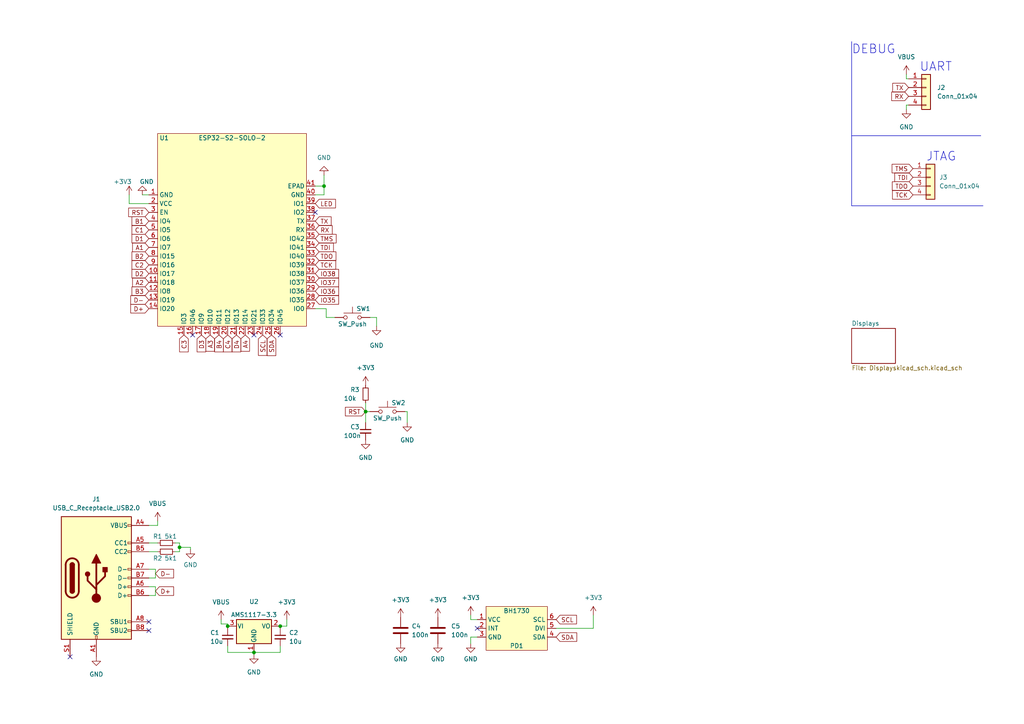
<source format=kicad_sch>
(kicad_sch (version 20230121) (generator eeschema)
  (paper "A4")
  (lib_symbols
    (symbol "BH1730:BH1730"
      (property "Reference" "PD1" (at 0 -5.08 0))
      (property "Value" "BH1730" (at 0 5.08 0))
      (symbol "BH1730_0_1"
        (rectangle (start -8.89 6.35) (end 8.89 -6.35) (fill (type background)))
      )
      (symbol "BH1730_1_1"
        (pin input line (at -11.43 2.54 0) (length 2.54) (name "VCC") (number "1"))
        (pin input line (at -11.43 0 0) (length 2.54) (name "INT") (number "2"))
        (pin input line (at -11.43 -2.54 0) (length 2.54) (name "GND") (number "3"))
        (pin input line (at 11.43 -2.54 180) (length 2.54) (name "SDA") (number "4"))
        (pin input line (at 11.43 0 180) (length 2.54) (name "DVI") (number "5"))
        (pin input line (at 11.43 2.54 180) (length 2.54) (name "SCL") (number "6"))
      )
    )
    (symbol "Connector:USB_C_Receptacle_USB2.0" (pin_names (offset 1.016))
      (property "Reference" "J" (at -10.16 19.05 0))
      (property "Value" "USB_C_Receptacle_USB2.0" (at 19.05 19.05 0))
      (symbol "USB_C_Receptacle_USB2.0_0_0"
        (rectangle (start -0.254 -17.78) (end 0.254 -16.764))
        (rectangle (start 10.16 -14.986) (end 9.144 -15.494))
        (rectangle (start 10.16 -12.446) (end 9.144 -12.954))
        (rectangle (start 10.16 -4.826) (end 9.144 -5.334))
        (rectangle (start 10.16 -2.286) (end 9.144 -2.794))
        (rectangle (start 10.16 0.254) (end 9.144 -0.254))
        (rectangle (start 10.16 2.794) (end 9.144 2.286))
        (rectangle (start 10.16 7.874) (end 9.144 7.366))
        (rectangle (start 10.16 10.414) (end 9.144 9.906))
        (rectangle (start 10.16 15.494) (end 9.144 14.986))
      )
      (symbol "USB_C_Receptacle_USB2.0_0_1"
        (rectangle (start -10.16 17.78) (end 10.16 -17.78) (stroke (width 0.254)) (fill (type background)))
        (arc (start -8.89 -3.81) (mid -6.985 -5.7067) (end -5.08 -3.81) (stroke (width 0.508)))
        (arc (start -7.62 -3.81) (mid -6.985 -4.4423) (end -6.35 -3.81) (stroke (width 0.254)))
        (arc (start -7.62 -3.81) (mid -6.985 -4.4423) (end -6.35 -3.81) (stroke (width 0.254)) (fill (type outline)))
        (rectangle (start -7.62 -3.81) (end -6.35 3.81) (stroke (width 0.254)) (fill (type outline)))
        (arc (start -6.35 3.81) (mid -6.985 4.4423) (end -7.62 3.81) (stroke (width 0.254)))
        (arc (start -6.35 3.81) (mid -6.985 4.4423) (end -7.62 3.81) (stroke (width 0.254)) (fill (type outline)))
        (arc (start -5.08 3.81) (mid -6.985 5.7067) (end -8.89 3.81) (stroke (width 0.508)))
        (circle (center -2.54 1.143) (radius 0.635) (stroke (width 0.254)) (fill (type outline)))
        (circle (center 0 -5.842) (radius 1.27) (fill (type outline)))
        (polyline (pts (xy -8.89 -3.81) (xy -8.89 3.81)) (stroke (width 0.508)))
        (polyline (pts (xy -5.08 3.81) (xy -5.08 -3.81)) (stroke (width 0.508)))
        (polyline (pts (xy 0 -5.842) (xy 0 4.318)) (stroke (width 0.508)))
        (polyline (pts (xy 0 -3.302) (xy -2.54 -0.762) (xy -2.54 0.508)) (stroke (width 0.508)))
        (polyline (pts (xy 0 -2.032) (xy 2.54 0.508) (xy 2.54 1.778)) (stroke (width 0.508)))
        (polyline (pts (xy -1.27 4.318) (xy 0 6.858) (xy 1.27 4.318) (xy -1.27 4.318)) (stroke (width 0.254)) (fill (type outline)))
        (rectangle (start 1.905 1.778) (end 3.175 3.048) (stroke (width 0.254)) (fill (type outline)))
      )
      (symbol "USB_C_Receptacle_USB2.0_1_1"
        (pin passive line (at 0 -22.86 90) (length 5.08) (name "GND") (number "A1"))
        (pin passive line (at 0 -22.86 90) (length 5.08) hide (name "GND") (number "A12"))
        (pin passive line (at 15.24 15.24 180) (length 5.08) (name "VBUS") (number "A4"))
        (pin bidirectional line (at 15.24 10.16 180) (length 5.08) (name "CC1") (number "A5"))
        (pin bidirectional line (at 15.24 -2.54 180) (length 5.08) (name "D+") (number "A6"))
        (pin bidirectional line (at 15.24 2.54 180) (length 5.08) (name "D-") (number "A7"))
        (pin bidirectional line (at 15.24 -12.7 180) (length 5.08) (name "SBU1") (number "A8"))
        (pin passive line (at 15.24 15.24 180) (length 5.08) hide (name "VBUS") (number "A9"))
        (pin passive line (at 0 -22.86 90) (length 5.08) hide (name "GND") (number "B1"))
        (pin passive line (at 0 -22.86 90) (length 5.08) hide (name "GND") (number "B12"))
        (pin passive line (at 15.24 15.24 180) (length 5.08) hide (name "VBUS") (number "B4"))
        (pin bidirectional line (at 15.24 7.62 180) (length 5.08) (name "CC2") (number "B5"))
        (pin bidirectional line (at 15.24 -5.08 180) (length 5.08) (name "D+") (number "B6"))
        (pin bidirectional line (at 15.24 0 180) (length 5.08) (name "D-") (number "B7"))
        (pin bidirectional line (at 15.24 -15.24 180) (length 5.08) (name "SBU2") (number "B8"))
        (pin passive line (at 15.24 15.24 180) (length 5.08) hide (name "VBUS") (number "B9"))
        (pin passive line (at -7.62 -22.86 90) (length 5.08) (name "SHIELD") (number "S1"))
      )
    )
    (symbol "Connector_Generic:Conn_01x04" (pin_names (offset 1.016) hide)
      (property "Reference" "J" (at 0 5.08 0))
      (property "Value" "Conn_01x04" (at 0 -7.62 0))
      (symbol "Conn_01x04_1_1"
        (rectangle (start -1.27 -4.953) (end 0 -5.207) (stroke (width 0.1524)))
        (rectangle (start -1.27 -2.413) (end 0 -2.667) (stroke (width 0.1524)))
        (rectangle (start -1.27 0.127) (end 0 -0.127) (stroke (width 0.1524)))
        (rectangle (start -1.27 2.667) (end 0 2.413) (stroke (width 0.1524)))
        (rectangle (start -1.27 3.81) (end 1.27 -6.35) (stroke (width 0.254)) (fill (type background)))
        (pin passive line (at -5.08 2.54 0) (length 3.81) (name "Pin_1") (number "1"))
        (pin passive line (at -5.08 0 0) (length 3.81) (name "Pin_2") (number "2"))
        (pin passive line (at -5.08 -2.54 0) (length 3.81) (name "Pin_3") (number "3"))
        (pin passive line (at -5.08 -5.08 0) (length 3.81) (name "Pin_4") (number "4"))
      )
    )
    (symbol "Device:C" (pin_numbers hide) (pin_names (offset 0.254))
      (property "Reference" "C" (at 0.635 2.54 0))
      (property "Value" "C" (at 0.635 -2.54 0))
      (symbol "C_0_1"
        (polyline (pts (xy -2.032 -0.762) (xy 2.032 -0.762)) (stroke (width 0.508)))
        (polyline (pts (xy -2.032 0.762) (xy 2.032 0.762)) (stroke (width 0.508)))
      )
      (symbol "C_1_1"
        (pin passive line (at 0 3.81 270) (length 2.794) (name "~") (number "1"))
        (pin passive line (at 0 -3.81 90) (length 2.794) (name "~") (number "2"))
      )
    )
    (symbol "Device:C_Small" (pin_numbers hide) (pin_names (offset 0.254) hide)
      (property "Reference" "C" (at 0.254 1.778 0))
      (property "Value" "C_Small" (at 0.254 -2.032 0))
      (symbol "C_Small_0_1"
        (polyline (pts (xy -1.524 -0.508) (xy 1.524 -0.508)) (stroke (width 0.3302)))
        (polyline (pts (xy -1.524 0.508) (xy 1.524 0.508)) (stroke (width 0.3048)))
      )
      (symbol "C_Small_1_1"
        (pin passive line (at 0 2.54 270) (length 2.032) (name "~") (number "1"))
        (pin passive line (at 0 -2.54 90) (length 2.032) (name "~") (number "2"))
      )
    )
    (symbol "Device:R_Small" (pin_numbers hide) (pin_names (offset 0.254) hide)
      (property "Reference" "R" (at 0.762 0.508 0))
      (property "Value" "R_Small" (at 0.762 -1.016 0))
      (symbol "R_Small_0_1"
        (rectangle (start -0.762 1.778) (end 0.762 -1.778) (stroke (width 0.2032)))
      )
      (symbol "R_Small_1_1"
        (pin passive line (at 0 2.54 270) (length 0.762) (name "~") (number "1"))
        (pin passive line (at 0 -2.54 90) (length 0.762) (name "~") (number "2"))
      )
    )
    (symbol "Regulator_Linear:AMS1117-3.3" (pin_names (offset 0.254))
      (property "Reference" "U" (at -3.81 3.175 0))
      (property "Value" "AMS1117-3.3" (at 0 3.175 0))
      (symbol "AMS1117-3.3_0_1"
        (rectangle (start -5.08 -5.08) (end 5.08 1.905) (stroke (width 0.254)) (fill (type background)))
      )
      (symbol "AMS1117-3.3_1_1"
        (pin power_in line (at 0 -7.62 90) (length 2.54) (name "GND") (number "1"))
        (pin power_out line (at 7.62 0 180) (length 2.54) (name "VO") (number "2"))
        (pin power_in line (at -7.62 0 0) (length 2.54) (name "VI") (number "3"))
      )
    )
    (symbol "S2 Solo:ESP32-S2-SOLO-2"
      (property "Reference" "U" (at -19.05 25.4 0))
      (property "Value" "ESP32-S2-SOLO-2" (at 1.27 25.4 0))
      (symbol "ESP32-S2-SOLO-2_0_1"
        (rectangle (start 21.59 -27.94) (end -21.59 27.94) (fill (type background)))
      )
      (symbol "ESP32-S2-SOLO-2_1_1"
        (pin power_out line (at -24.13 10.16 0) (length 2.54) (name "GND") (number "1"))
        (pin input line (at -24.13 -12.7 0) (length 2.54) (name "IO17") (number "10"))
        (pin input line (at -24.13 -15.24 0) (length 2.54) (name "IO18") (number "11"))
        (pin input line (at -24.13 -17.78 0) (length 2.54) (name "IO8") (number "12"))
        (pin input line (at -24.13 -20.32 0) (length 2.54) (name "IO19") (number "13"))
        (pin input line (at -24.13 -22.86 0) (length 2.54) (name "IO20") (number "14"))
        (pin input line (at -13.97 -30.48 90) (length 2.54) (name "IO3") (number "15"))
        (pin input line (at -11.43 -30.48 90) (length 2.54) (name "IO46") (number "16"))
        (pin input line (at -8.89 -30.48 90) (length 2.54) (name "IO9") (number "17"))
        (pin input line (at -6.35 -30.48 90) (length 2.54) (name "IO10") (number "18"))
        (pin input line (at -3.81 -30.48 90) (length 2.54) (name "IO11") (number "19"))
        (pin power_in line (at -24.13 7.62 0) (length 2.54) (name "VCC") (number "2"))
        (pin input line (at -1.27 -30.48 90) (length 2.54) (name "IO12") (number "20"))
        (pin input line (at 1.27 -30.48 90) (length 2.54) (name "IO13") (number "21"))
        (pin input line (at 3.81 -30.48 90) (length 2.54) (name "IO14") (number "22"))
        (pin input line (at 6.35 -30.48 90) (length 2.54) (name "IO21") (number "23"))
        (pin input line (at 8.89 -30.48 90) (length 2.54) (name "IO33") (number "24"))
        (pin input line (at 11.43 -30.48 90) (length 2.54) (name "IO34") (number "25"))
        (pin input line (at 13.97 -30.48 90) (length 2.54) (name "IO45") (number "26"))
        (pin input line (at 24.13 -22.86 180) (length 2.54) (name "IO0") (number "27"))
        (pin input line (at 24.13 -20.32 180) (length 2.54) (name "IO35") (number "28"))
        (pin input line (at 24.13 -17.78 180) (length 2.54) (name "IO36") (number "29"))
        (pin input line (at -24.13 5.08 0) (length 2.54) (name "EN") (number "3"))
        (pin input line (at 24.13 -15.24 180) (length 2.54) (name "IO37") (number "30"))
        (pin input line (at 24.13 -12.7 180) (length 2.54) (name "IO38") (number "31"))
        (pin input line (at 24.13 -10.16 180) (length 2.54) (name "IO39") (number "32"))
        (pin input line (at 24.13 -7.62 180) (length 2.54) (name "IO40") (number "33"))
        (pin input line (at 24.13 -5.08 180) (length 2.54) (name "IO41") (number "34"))
        (pin input line (at 24.13 -2.54 180) (length 2.54) (name "IO42") (number "35"))
        (pin input line (at 24.13 0 180) (length 2.54) (name "RX") (number "36"))
        (pin input line (at 24.13 2.54 180) (length 2.54) (name "TX") (number "37"))
        (pin input line (at 24.13 5.08 180) (length 2.54) (name "IO2") (number "38"))
        (pin input line (at 24.13 7.62 180) (length 2.54) (name "IO1") (number "39"))
        (pin input line (at -24.13 2.54 0) (length 2.54) (name "IO4") (number "4"))
        (pin input line (at 24.13 10.16 180) (length 2.54) (name "GND") (number "40"))
        (pin input line (at 24.13 12.7 180) (length 2.54) (name "EPAD") (number "41"))
        (pin input line (at -24.13 0 0) (length 2.54) (name "IO5") (number "5"))
        (pin input line (at -24.13 -2.54 0) (length 2.54) (name "IO6") (number "6"))
        (pin input line (at -24.13 -5.08 0) (length 2.54) (name "IO7") (number "7"))
        (pin input line (at -24.13 -7.62 0) (length 2.54) (name "IO15") (number "8"))
        (pin input line (at -24.13 -10.16 0) (length 2.54) (name "IO16") (number "9"))
      )
    )
    (symbol "Switch:SW_Push" (pin_numbers hide) (pin_names (offset 1.016) hide)
      (property "Reference" "SW" (at 1.27 2.54 0))
      (property "Value" "SW_Push" (at 0 -1.524 0))
      (symbol "SW_Push_0_1"
        (circle (center -2.032 0) (radius 0.508))
        (polyline (pts (xy 0 1.27) (xy 0 3.048)))
        (polyline (pts (xy 2.54 1.27) (xy -2.54 1.27)))
        (circle (center 2.032 0) (radius 0.508))
        (pin passive line (at -5.08 0 0) (length 2.54) (name "1") (number "1"))
        (pin passive line (at 5.08 0 180) (length 2.54) (name "2") (number "2"))
      )
    )
    (symbol "power:+3V3" (power) (pin_names (offset 0))
      (property "Value" "+3V3" (at 0 3.556 0))
      (symbol "+3V3_0_1"
        (polyline (pts (xy -0.762 1.27) (xy 0 2.54)))
        (polyline (pts (xy 0 0) (xy 0 2.54)))
        (polyline (pts (xy 0 2.54) (xy 0.762 1.27)))
      )
      (symbol "+3V3_1_1"
        (pin power_in line (at 0 0 90) (length 0) hide (name "+3V3") (number "1"))
      )
    )
    (symbol "power:GND" (power) (pin_names (offset 0))
      (property "Value" "GND" (at 0 -3.81 0))
      (symbol "GND_0_1"
        (polyline (pts (xy 0 0) (xy 0 -1.27) (xy 1.27 -1.27) (xy 0 -2.54) (xy -1.27 -1.27) (xy 0 -1.27)))
      )
      (symbol "GND_1_1"
        (pin power_in line (at 0 0 270) (length 0) hide (name "GND") (number "1"))
      )
    )
    (symbol "power:VBUS" (power) (pin_names (offset 0))
      (property "Value" "VBUS" (at 0 3.81 0))
      (symbol "VBUS_0_1"
        (polyline (pts (xy -0.762 1.27) (xy 0 2.54)))
        (polyline (pts (xy 0 0) (xy 0 2.54)))
        (polyline (pts (xy 0 2.54) (xy 0.762 1.27)))
      )
      (symbol "VBUS_1_1"
        (pin power_in line (at 0 0 90) (length 0) hide (name "VBUS") (number "1"))
      )
    )
  )
  (junction (at 66.04 181.61))
  (junction (at 52.07 158.75))
  (junction (at 93.98 53.975))
  (junction (at 106.045 119.38))
  (junction (at 73.66 189.23))
  (junction (at 81.28 181.61))
  (no_connect (at 43.18 182.88))
  (no_connect (at 73.66 97.155))
  (no_connect (at 91.44 61.595))
  (no_connect (at 138.43 182.245))
  (no_connect (at 81.28 97.155))
  (no_connect (at 20.32 190.5))
  (no_connect (at 55.88 97.155))
  (no_connect (at 43.18 180.34))
  (wire (pts (xy 161.29 182.245) (xy 172.085 182.245)))
  (wire (pts (xy 52.07 158.75) (xy 52.07 160.02)))
  (wire (pts (xy 118.11 119.38) (xy 117.475 119.38)))
  (wire (pts (xy 43.18 165.1) (xy 45.085 165.1)))
  (wire (pts (xy 94.615 92.075) (xy 97.155 92.075)))
  (wire (pts (xy 45.72 152.4) (xy 45.72 151.13)))
  (polyline (pts (xy 247.015 59.69) (xy 285.115 59.69)))
  (wire (pts (xy 55.245 158.75) (xy 52.07 158.75)))
  (wire (pts (xy 106.045 119.38) (xy 106.045 122.555)))
  (wire (pts (xy 43.18 170.18) (xy 45.085 170.18)))
  (wire (pts (xy 43.18 172.72) (xy 45.085 172.72)))
  (wire (pts (xy 106.045 119.38) (xy 107.315 119.38)))
  (wire (pts (xy 91.44 56.515) (xy 93.98 56.515)))
  (wire (pts (xy 81.28 189.23) (xy 81.28 187.325)))
  (wire (pts (xy 109.22 94.615) (xy 109.22 92.075)))
  (wire (pts (xy 37.465 59.055) (xy 37.465 56.515)))
  (wire (pts (xy 43.18 56.515) (xy 41.275 56.515)))
  (wire (pts (xy 45.085 170.18) (xy 45.085 172.72)))
  (wire (pts (xy 109.22 92.075) (xy 107.315 92.075)))
  (wire (pts (xy 136.525 179.705) (xy 138.43 179.705)))
  (wire (pts (xy 43.18 167.64) (xy 45.085 167.64)))
  (wire (pts (xy 73.66 189.23) (xy 81.28 189.23)))
  (wire (pts (xy 66.04 189.23) (xy 66.04 187.325)))
  (wire (pts (xy 73.66 189.23) (xy 66.04 189.23)))
  (wire (pts (xy 64.135 180.975) (xy 64.135 179.705)))
  (wire (pts (xy 262.89 21.59) (xy 262.89 22.86)))
  (wire (pts (xy 262.89 31.75) (xy 262.89 30.48)))
  (wire (pts (xy 91.44 89.535) (xy 94.615 89.535)))
  (wire (pts (xy 136.525 184.785) (xy 136.525 186.69)))
  (wire (pts (xy 43.18 157.48) (xy 45.72 157.48)))
  (wire (pts (xy 55.245 159.385) (xy 55.245 158.75)))
  (wire (pts (xy 138.43 184.785) (xy 136.525 184.785)))
  (wire (pts (xy 81.28 181.61) (xy 81.28 182.245)))
  (wire (pts (xy 66.04 180.975) (xy 66.04 181.61)))
  (wire (pts (xy 52.07 157.48) (xy 52.07 158.75)))
  (wire (pts (xy 52.07 160.02) (xy 50.8 160.02)))
  (wire (pts (xy 93.98 53.975) (xy 93.98 50.8)))
  (polyline (pts (xy 247.015 39.37) (xy 284.48 39.37)))
  (wire (pts (xy 45.085 165.1) (xy 45.085 167.64)))
  (wire (pts (xy 262.89 30.48) (xy 263.525 30.48)))
  (wire (pts (xy 118.11 122.555) (xy 118.11 119.38)))
  (wire (pts (xy 66.04 181.61) (xy 66.04 182.245)))
  (wire (pts (xy 91.44 53.975) (xy 93.98 53.975)))
  (wire (pts (xy 37.465 59.055) (xy 43.18 59.055)))
  (wire (pts (xy 83.185 181.61) (xy 81.28 181.61)))
  (wire (pts (xy 73.66 189.23) (xy 73.66 189.865)))
  (wire (pts (xy 172.085 182.245) (xy 172.085 178.435)))
  (wire (pts (xy 262.89 22.86) (xy 263.525 22.86)))
  (wire (pts (xy 94.615 89.535) (xy 94.615 92.075)))
  (wire (pts (xy 136.525 178.435) (xy 136.525 179.705)))
  (wire (pts (xy 43.18 160.02) (xy 45.72 160.02)))
  (wire (pts (xy 50.8 157.48) (xy 52.07 157.48)))
  (wire (pts (xy 43.18 152.4) (xy 45.72 152.4)))
  (polyline (pts (xy 247.015 12.065) (xy 247.015 59.69)))
  (wire (pts (xy 66.04 180.975) (xy 64.135 180.975)))
  (wire (pts (xy 93.98 56.515) (xy 93.98 53.975)))
  (wire (pts (xy 83.185 179.705) (xy 83.185 181.61)))
  (wire (pts (xy 106.045 116.84) (xy 106.045 119.38)))
  (text "DEBUG" (at 247.015 15.875 0) (effects (font (size 2.54 2.54)) (justify left bottom)))
  (text "UART" (at 266.7 20.955 0) (effects (font (size 2.54 2.54)) (justify left bottom)))
  (text "JTAG" (at 268.605 46.99 0) (effects (font (size 2.54 2.54)) (justify left bottom)))
  (global_label "RST" (shape input) (at 43.18 61.595 180) (property "Intersheetrefs" "${INTERSHEET_REFS}" (effects hide)))
  (global_label "IO36" (shape input) (at 91.44 84.455 0) (property "Intersheetrefs" "${INTERSHEET_REFS}" (effects hide)))
  (global_label "SDA" (shape input) (at 78.74 97.155 270) (property "Intersheetrefs" "${INTERSHEET_REFS}" (effects hide)))
  (global_label "C1" (shape input) (at 43.18 66.675 180) (property "Intersheetrefs" "${INTERSHEET_REFS}" (effects hide)))
  (global_label "TMS" (shape input) (at 264.795 48.895 180) (property "Intersheetrefs" "${INTERSHEET_REFS}" (effects hide)))
  (global_label "B1" (shape input) (at 43.18 64.135 180) (property "Intersheetrefs" "${INTERSHEET_REFS}" (effects hide)))
  (global_label "RST" (shape input) (at 106.045 119.38 180) (property "Intersheetrefs" "${INTERSHEET_REFS}" (effects hide)))
  (global_label "TCK" (shape input) (at 264.795 56.515 180) (property "Intersheetrefs" "${INTERSHEET_REFS}" (effects hide)))
  (global_label "SCL" (shape input) (at 161.29 179.705 0) (property "Intersheetrefs" "${INTERSHEET_REFS}" (effects hide)))
  (global_label "TX" (shape input) (at 91.44 64.135 0) (property "Intersheetrefs" "${INTERSHEET_REFS}" (effects hide)))
  (global_label "RX" (shape input) (at 263.525 27.94 180) (property "Intersheetrefs" "${INTERSHEET_REFS}" (effects hide)))
  (global_label "TDI" (shape input) (at 91.44 71.755 0) (property "Intersheetrefs" "${INTERSHEET_REFS}" (effects hide)))
  (global_label "TDO" (shape input) (at 91.44 74.295 0) (property "Intersheetrefs" "${INTERSHEET_REFS}" (effects hide)))
  (global_label "B2" (shape input) (at 43.18 74.295 180) (property "Intersheetrefs" "${INTERSHEET_REFS}" (effects hide)))
  (global_label "IO35" (shape input) (at 91.44 86.995 0) (property "Intersheetrefs" "${INTERSHEET_REFS}" (effects hide)))
  (global_label "TX" (shape input) (at 263.525 25.4 180) (property "Intersheetrefs" "${INTERSHEET_REFS}" (effects hide)))
  (global_label "D+" (shape input) (at 43.18 89.535 180) (property "Intersheetrefs" "${INTERSHEET_REFS}" (effects hide)))
  (global_label "A4" (shape input) (at 71.12 97.155 270) (property "Intersheetrefs" "${INTERSHEET_REFS}" (effects hide)))
  (global_label "C2" (shape input) (at 43.18 76.835 180) (property "Intersheetrefs" "${INTERSHEET_REFS}" (effects hide)))
  (global_label "D3" (shape input) (at 58.42 97.155 270) (property "Intersheetrefs" "${INTERSHEET_REFS}" (effects hide)))
  (global_label "B3" (shape input) (at 43.18 84.455 180) (property "Intersheetrefs" "${INTERSHEET_REFS}" (effects hide)))
  (global_label "RX" (shape input) (at 91.44 66.675 0) (property "Intersheetrefs" "${INTERSHEET_REFS}" (effects hide)))
  (global_label "D4" (shape input) (at 68.58 97.155 270) (property "Intersheetrefs" "${INTERSHEET_REFS}" (effects hide)))
  (global_label "C3" (shape input) (at 53.34 97.155 270) (property "Intersheetrefs" "${INTERSHEET_REFS}" (effects hide)))
  (global_label "A1" (shape input) (at 43.18 71.755 180) (property "Intersheetrefs" "${INTERSHEET_REFS}" (effects hide)))
  (global_label "D2" (shape input) (at 43.18 79.375 180) (property "Intersheetrefs" "${INTERSHEET_REFS}" (effects hide)))
  (global_label "A3" (shape input) (at 60.96 97.155 270) (property "Intersheetrefs" "${INTERSHEET_REFS}" (effects hide)))
  (global_label "SCL" (shape input) (at 76.2 97.155 270) (property "Intersheetrefs" "${INTERSHEET_REFS}" (effects hide)))
  (global_label "TMS" (shape input) (at 91.44 69.215 0) (property "Intersheetrefs" "${INTERSHEET_REFS}" (effects hide)))
  (global_label "D-" (shape input) (at 45.085 166.37 0) (property "Intersheetrefs" "${INTERSHEET_REFS}" (effects hide)))
  (global_label "C4" (shape input) (at 66.04 97.155 270) (property "Intersheetrefs" "${INTERSHEET_REFS}" (effects hide)))
  (global_label "IO37" (shape input) (at 91.44 81.915 0) (property "Intersheetrefs" "${INTERSHEET_REFS}" (effects hide)))
  (global_label "D1" (shape input) (at 43.18 69.215 180) (property "Intersheetrefs" "${INTERSHEET_REFS}" (effects hide)))
  (global_label "B4" (shape input) (at 63.5 97.155 270) (property "Intersheetrefs" "${INTERSHEET_REFS}" (effects hide)))
  (global_label "TCK" (shape input) (at 91.44 76.835 0) (property "Intersheetrefs" "${INTERSHEET_REFS}" (effects hide)))
  (global_label "IO38" (shape input) (at 91.44 79.375 0) (property "Intersheetrefs" "${INTERSHEET_REFS}" (effects hide)))
  (global_label "TDI" (shape input) (at 264.795 51.435 180) (property "Intersheetrefs" "${INTERSHEET_REFS}" (effects hide)))
  (global_label "LED" (shape input) (at 91.44 59.055 0) (property "Intersheetrefs" "${INTERSHEET_REFS}" (effects hide)))
  (global_label "D-" (shape input) (at 43.18 86.995 180) (property "Intersheetrefs" "${INTERSHEET_REFS}" (effects hide)))
  (global_label "D+" (shape input) (at 45.085 171.45 0) (property "Intersheetrefs" "${INTERSHEET_REFS}" (effects hide)))
  (global_label "SDA" (shape input) (at 161.29 184.785 0) (property "Intersheetrefs" "${INTERSHEET_REFS}" (effects hide)))
  (global_label "A2" (shape input) (at 43.18 81.915 180) (property "Intersheetrefs" "${INTERSHEET_REFS}" (effects hide)))
  (global_label "TDO" (shape input) (at 264.795 53.975 180) (property "Intersheetrefs" "${INTERSHEET_REFS}" (effects hide)))
  (symbol (lib_id "S2 Solo:ESP32-S2-SOLO-2") (at 67.31 66.675 0) (unit 1)
    (property "Reference" "U1" (at 47.625 40.005 0))
    (property "Value" "ESP32-S2-SOLO-2" (at 67.31 40.005 0))
    (property "Footprint" "RF_Module:ESP32-S3-WROOM-1" (effects hide))
  )
  (symbol (lib_id "Connector_Generic:Conn_01x04") (at 268.605 25.4 0) (unit 1)
    (property "Reference" "J2" (at 271.78 25.3999 0) (effects (justify left)))
    (property "Value" "Conn_01x04" (at 271.78 27.9399 0) (effects (justify left)))
    (property "Footprint" "Connector_PinHeader_2.54mm:PinHeader_1x04_P2.54mm_Vertical" (effects hide))
  )
  (symbol (lib_id "Device:C") (at 116.205 182.88 0) (unit 1)
    (property "Reference" "C4" (at 119.38 181.6099 0) (effects (justify left)))
    (property "Value" "100n" (at 119.38 184.1499 0) (effects (justify left)))
    (property "Footprint" "Capacitor_SMD:C_0603_1608Metric" (effects hide))
  )
  (symbol (lib_id "Switch:SW_Push") (at 112.395 119.38 0) (unit 1)
    (property "Reference" "SW2" (at 115.57 116.84 0))
    (property "Value" "SW_Push" (at 112.395 121.285 0))
    (property "Footprint" "Ian's Custom Components:5.2mm_Tactile_Push_Button" (effects hide))
  )
  (symbol (lib_id "Device:C") (at 127 182.88 0) (unit 1)
    (property "Reference" "C5" (at 130.81 181.6099 0) (effects (justify left)))
    (property "Value" "100n" (at 130.81 184.1499 0) (effects (justify left)))
    (property "Footprint" "Capacitor_SMD:C_0603_1608Metric" (effects hide))
  )
  (symbol (lib_id "power:+3V3") (at 127 179.07 0) (unit 1)
    (property "Reference" "#PWR0117" (effects hide))
    (property "Value" "+3V3" (at 127 173.99 0))
  )
  (symbol (lib_id "Device:R_Small") (at 48.26 157.48 90) (unit 1)
    (property "Reference" "R1" (at 45.72 155.575 90))
    (property "Value" "5k1" (at 49.53 155.575 90))
    (property "Footprint" "Resistor_SMD:R_0603_1608Metric" (effects hide))
  )
  (symbol (lib_id "Device:C_Small") (at 66.04 184.785 0) (unit 1)
    (property "Reference" "C1" (at 60.96 183.515 0) (effects (justify left)))
    (property "Value" "10u" (at 60.96 186.055 0) (effects (justify left)))
    (property "Footprint" "Capacitor_SMD:C_0805_2012Metric" (effects hide))
  )
  (symbol (lib_id "power:GND") (at 127 186.69 0) (unit 1)
    (property "Reference" "#PWR0111" (effects hide))
    (property "Value" "GND" (at 127 191.135 0))
  )
  (symbol (lib_id "power:GND") (at 73.66 189.865 0) (unit 1)
    (property "Reference" "#PWR0106" (effects hide))
    (property "Value" "GND" (at 73.66 194.945 0))
  )
  (symbol (lib_id "power:VBUS") (at 64.135 179.705 0) (unit 1)
    (property "Reference" "#PWR0102" (effects hide))
    (property "Value" "VBUS" (at 64.135 174.625 0))
  )
  (symbol (lib_id "power:+3V3") (at 37.465 56.515 0) (unit 1)
    (property "Reference" "#PWR0120" (effects hide))
    (property "Value" "+3V3" (at 35.56 52.705 0))
  )
  (symbol (lib_id "power:+3V3") (at 172.085 178.435 0) (unit 1)
    (property "Reference" "#PWR0110" (effects hide))
    (property "Value" "+3V3" (at 172.085 173.355 0))
  )
  (symbol (lib_id "power:GND") (at 41.275 56.515 180) (unit 1)
    (property "Reference" "#PWR0121" (effects hide))
    (property "Value" "GND" (at 42.545 52.705 0))
  )
  (symbol (lib_id "power:GND") (at 109.22 94.615 0) (unit 1)
    (property "Reference" "#PWR0109" (effects hide))
    (property "Value" "GND" (at 109.22 100.203 0))
  )
  (symbol (lib_id "Device:C_Small") (at 106.045 125.095 0) (unit 1)
    (property "Reference" "C3" (at 101.6 123.825 0) (effects (justify left)))
    (property "Value" "100n" (at 99.695 126.365 0) (effects (justify left)))
    (property "Footprint" "Capacitor_SMD:C_0603_1608Metric" (effects hide))
  )
  (symbol (lib_id "power:GND") (at 93.98 50.8 180) (unit 1)
    (property "Reference" "#PWR0122" (effects hide))
    (property "Value" "GND" (at 93.98 45.72 0))
  )
  (symbol (lib_id "Device:R_Small") (at 106.045 114.3 180) (unit 1)
    (property "Reference" "R3" (at 101.6 113.03 0) (effects (justify right)))
    (property "Value" "10k" (at 99.695 115.57 0) (effects (justify right)))
    (property "Footprint" "Resistor_SMD:R_0603_1608Metric" (effects hide))
  )
  (symbol (lib_id "power:GND") (at 118.11 122.555 0) (unit 1)
    (property "Reference" "#PWR0119" (effects hide))
    (property "Value" "GND" (at 118.11 127.635 0))
  )
  (symbol (lib_id "power:GND") (at 55.245 159.385 0) (unit 1)
    (property "Reference" "#PWR0104" (effects hide))
    (property "Value" "GND" (at 55.245 163.83 0))
  )
  (symbol (lib_id "Connector:USB_C_Receptacle_USB2.0") (at 27.94 167.64 0) (unit 1)
    (property "Reference" "J1" (at 27.94 144.78 0))
    (property "Value" "USB_C_Receptacle_USB2.0" (at 27.94 147.32 0))
    (property "Footprint" "Connector_USB:USB_C_Receptacle_HRO_TYPE-C-31-M-12" (effects hide))
    (property "Datasheet" "https://www.usb.org/sites/default/files/documents/usb_type-c.zip" (effects hide))
  )
  (symbol (lib_id "power:+3V3") (at 136.525 178.435 0) (unit 1)
    (property "Reference" "#PWR0114" (effects hide))
    (property "Value" "+3V3" (at 136.525 173.355 0))
  )
  (symbol (lib_id "power:GND") (at 27.94 190.5 0) (unit 1)
    (property "Reference" "#PWR0103" (effects hide))
    (property "Value" "GND" (at 27.94 195.58 0))
  )
  (symbol (lib_id "power:VBUS") (at 262.89 21.59 0) (unit 1)
    (property "Reference" "#PWR0115" (effects hide))
    (property "Value" "VBUS" (at 262.89 16.51 0))
  )
  (symbol (lib_id "power:VBUS") (at 45.72 151.13 0) (unit 1)
    (property "Reference" "#PWR0101" (effects hide))
    (property "Value" "VBUS" (at 45.72 146.05 0))
  )
  (symbol (lib_id "power:GND") (at 262.89 31.75 0) (unit 1)
    (property "Reference" "#PWR0116" (effects hide))
    (property "Value" "GND" (at 262.89 36.83 0))
  )
  (symbol (lib_id "power:+3V3") (at 106.045 111.76 0) (unit 1)
    (property "Reference" "#PWR0108" (effects hide))
    (property "Value" "+3V3" (at 106.045 106.68 0))
  )
  (symbol (lib_id "Connector_Generic:Conn_01x04") (at 269.875 51.435 0) (unit 1)
    (property "Reference" "J3" (at 272.415 51.4349 0) (effects (justify left)))
    (property "Value" "Conn_01x04" (at 272.415 53.9749 0) (effects (justify left)))
    (property "Footprint" "Connector_PinHeader_2.54mm:PinHeader_1x04_P2.54mm_Vertical" (effects hide))
  )
  (symbol (lib_id "power:+3V3") (at 83.185 179.705 0) (unit 1)
    (property "Reference" "#PWR0105" (effects hide))
    (property "Value" "+3V3" (at 83.185 174.625 0))
  )
  (symbol (lib_id "Device:C_Small") (at 81.28 184.785 0) (unit 1)
    (property "Reference" "C2" (at 83.82 183.515 0) (effects (justify left)))
    (property "Value" "10u" (at 83.82 186.055 0) (effects (justify left)))
    (property "Footprint" "Capacitor_SMD:C_0805_2012Metric" (effects hide))
  )
  (symbol (lib_id "power:GND") (at 116.205 186.69 0) (unit 1)
    (property "Reference" "#PWR0112" (effects hide))
    (property "Value" "GND" (at 116.205 191.135 0))
  )
  (symbol (lib_id "power:GND") (at 136.525 186.69 0) (unit 1)
    (property "Reference" "#PWR0113" (effects hide))
    (property "Value" "GND" (at 136.525 191.135 0))
  )
  (symbol (lib_id "power:+3V3") (at 116.205 179.07 0) (unit 1)
    (property "Reference" "#PWR0118" (effects hide))
    (property "Value" "+3V3" (at 116.205 173.99 0))
  )
  (symbol (lib_id "Regulator_Linear:AMS1117-3.3") (at 73.66 181.61 0) (unit 1)
    (property "Reference" "U2" (at 73.66 174.498 0))
    (property "Value" "AMS1117-3.3" (at 73.66 178.308 0))
    (property "Footprint" "Package_TO_SOT_SMD:SOT-223-3_TabPin2" (effects hide))
    (property "Datasheet" "http://www.advanced-monolithic.com/pdf/ds1117.pdf" (effects hide))
  )
  (symbol (lib_id "BH1730:BH1730") (at 149.86 182.245 0) (unit 1)
    (property "Reference" "PD1" (at 149.86 187.325 0))
    (property "Value" "BH1730" (at 149.86 177.165 0))
    (property "Footprint" "Ian's Custom Components:WSOF6" (effects hide))
  )
  (symbol (lib_id "Switch:SW_Push") (at 102.235 92.075 0) (unit 1)
    (property "Reference" "SW1" (at 105.41 89.535 0))
    (property "Value" "SW_Push" (at 102.235 93.98 0))
    (property "Footprint" "Ian's Custom Components:5.2mm_Tactile_Push_Button" (effects hide))
  )
  (symbol (lib_id "power:GND") (at 106.045 127.635 0) (unit 1)
    (property "Reference" "#PWR0107" (effects hide))
    (property "Value" "GND" (at 106.045 132.715 0))
  )
  (symbol (lib_id "Device:R_Small") (at 48.26 160.02 90) (unit 1)
    (property "Reference" "R2" (at 45.72 161.925 90))
    (property "Value" "5k1" (at 49.53 161.925 90))
    (property "Footprint" "Resistor_SMD:R_0603_1608Metric" (effects hide))
  )
  (sheet (at 247.015 95.25) (size 12.7 10.16) (stroke (width 0.1524))
    (property "Sheetname" "Displays" (at 247.015 94.5384 0) (effects (justify left bottom)))
    (property "Sheetfile" "Displayskicad_sch.kicad_sch" (at 247.015 105.9946 0) (effects (justify left top)))
  )
)
</source>
